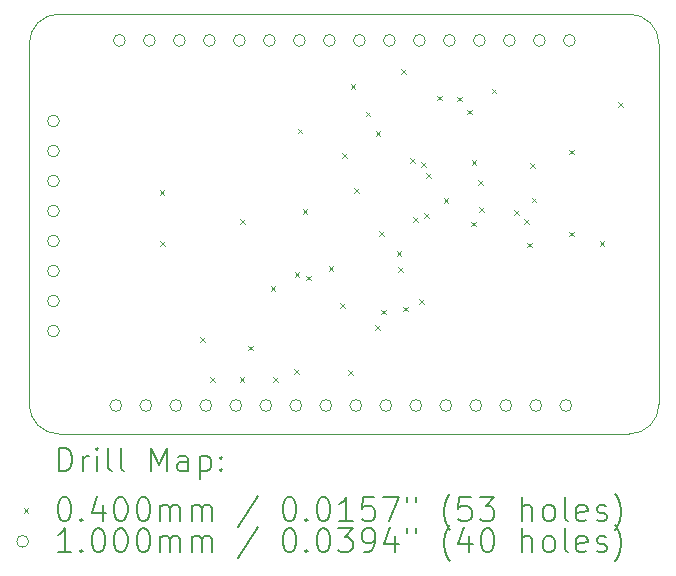
<source format=gbr>
%FSLAX45Y45*%
G04 Gerber Fmt 4.5, Leading zero omitted, Abs format (unit mm)*
G04 Created by KiCad (PCBNEW (6.0.6)) date 2022-07-12 20:30:33*
%MOMM*%
%LPD*%
G01*
G04 APERTURE LIST*
%TA.AperFunction,Profile*%
%ADD10C,0.100000*%
%TD*%
%ADD11C,0.200000*%
%ADD12C,0.040000*%
%ADD13C,0.100000*%
G04 APERTURE END LIST*
D10*
X17531080Y-7112000D02*
X12705080Y-7112000D01*
X17785080Y-7366000D02*
G75*
G03*
X17531080Y-7112000I-254000J0D01*
G01*
X12451080Y-7366000D02*
X12451080Y-10416540D01*
X17785080Y-7366000D02*
X17785080Y-10414000D01*
X17531080Y-10668000D02*
G75*
G03*
X17785080Y-10414000I0J254000D01*
G01*
X12705080Y-10668000D02*
X17531080Y-10668000D01*
X12451083Y-10416540D02*
G75*
G03*
X12705080Y-10668000I253997J2550D01*
G01*
X12705080Y-7112000D02*
G75*
G03*
X12451080Y-7366000I0J-254000D01*
G01*
D11*
D12*
X13556300Y-8600760D02*
X13596300Y-8640760D01*
X13596300Y-8600760D02*
X13556300Y-8640760D01*
X13561380Y-9037640D02*
X13601380Y-9077640D01*
X13601380Y-9037640D02*
X13561380Y-9077640D01*
X13899200Y-9850230D02*
X13939200Y-9890230D01*
X13939200Y-9850230D02*
X13899200Y-9890230D01*
X13985560Y-10185720D02*
X14025560Y-10225720D01*
X14025560Y-10185720D02*
X13985560Y-10225720D01*
X14234480Y-10188260D02*
X14274480Y-10228260D01*
X14274480Y-10188260D02*
X14234480Y-10228260D01*
X14239560Y-8849680D02*
X14279560Y-8889680D01*
X14279560Y-8849680D02*
X14239560Y-8889680D01*
X14305942Y-9919362D02*
X14345942Y-9959362D01*
X14345942Y-9919362D02*
X14305942Y-9959362D01*
X14496100Y-9418640D02*
X14536100Y-9458640D01*
X14536100Y-9418640D02*
X14496100Y-9458640D01*
X14518960Y-10188260D02*
X14558960Y-10228260D01*
X14558960Y-10188260D02*
X14518960Y-10228260D01*
X14693878Y-10119338D02*
X14733878Y-10159338D01*
X14733878Y-10119338D02*
X14693878Y-10159338D01*
X14700151Y-9299760D02*
X14740151Y-9339760D01*
X14740151Y-9299760D02*
X14700151Y-9339760D01*
X14724700Y-8082600D02*
X14764700Y-8122600D01*
X14764700Y-8082600D02*
X14724700Y-8122600D01*
X14767880Y-8765860D02*
X14807880Y-8805860D01*
X14807880Y-8765860D02*
X14767880Y-8805860D01*
X14796162Y-9327542D02*
X14836162Y-9367542D01*
X14836162Y-9327542D02*
X14796162Y-9367542D01*
X14986320Y-9243380D02*
X15026320Y-9283380D01*
X15026320Y-9243380D02*
X14986320Y-9283380D01*
X15085380Y-9560880D02*
X15125380Y-9600880D01*
X15125380Y-9560880D02*
X15085380Y-9600880D01*
X15100620Y-8290880D02*
X15140620Y-8330880D01*
X15140620Y-8290880D02*
X15100620Y-8330880D01*
X15153960Y-10127250D02*
X15193960Y-10167250D01*
X15193960Y-10127250D02*
X15153960Y-10167250D01*
X15174280Y-7705430D02*
X15214280Y-7745430D01*
X15214280Y-7705430D02*
X15174280Y-7745430D01*
X15202220Y-8585520D02*
X15242220Y-8625520D01*
X15242220Y-8585520D02*
X15202220Y-8625520D01*
X15301280Y-7937820D02*
X15341280Y-7977820D01*
X15341280Y-7937820D02*
X15301280Y-7977820D01*
X15380160Y-9747686D02*
X15420160Y-9787686D01*
X15420160Y-9747686D02*
X15380160Y-9787686D01*
X15385100Y-8102920D02*
X15425100Y-8142920D01*
X15425100Y-8102920D02*
X15385100Y-8142920D01*
X15413040Y-8948740D02*
X15453040Y-8988740D01*
X15453040Y-8948740D02*
X15413040Y-8988740D01*
X15429892Y-9615832D02*
X15469892Y-9655832D01*
X15469892Y-9615832D02*
X15429892Y-9655832D01*
X15562900Y-9118920D02*
X15602900Y-9158920D01*
X15602900Y-9118920D02*
X15562900Y-9158920D01*
X15578687Y-9256627D02*
X15618687Y-9296627D01*
X15618687Y-9256627D02*
X15578687Y-9296627D01*
X15601000Y-7577140D02*
X15641000Y-7617140D01*
X15641000Y-7577140D02*
X15601000Y-7617140D01*
X15616582Y-9589162D02*
X15656582Y-9629162D01*
X15656582Y-9589162D02*
X15616582Y-9629162D01*
X15679905Y-8329030D02*
X15719905Y-8369030D01*
X15719905Y-8329030D02*
X15679905Y-8369030D01*
X15702600Y-8834440D02*
X15742600Y-8874440D01*
X15742600Y-8834440D02*
X15702600Y-8874440D01*
X15751202Y-9528202D02*
X15791202Y-9568202D01*
X15791202Y-9528202D02*
X15751202Y-9568202D01*
X15772699Y-8366171D02*
X15812699Y-8406171D01*
X15812699Y-8366171D02*
X15772699Y-8406171D01*
X15795401Y-8797319D02*
X15835401Y-8837319D01*
X15835401Y-8797319D02*
X15795401Y-8837319D01*
X15810786Y-8458580D02*
X15850786Y-8498580D01*
X15850786Y-8458580D02*
X15810786Y-8498580D01*
X15907617Y-7802477D02*
X15947617Y-7842477D01*
X15947617Y-7802477D02*
X15907617Y-7842477D01*
X15960068Y-8668850D02*
X16000068Y-8708850D01*
X16000068Y-8668850D02*
X15960068Y-8708850D01*
X16075980Y-7810820D02*
X16115980Y-7850820D01*
X16115980Y-7810820D02*
X16075980Y-7850820D01*
X16159458Y-7920382D02*
X16199458Y-7960382D01*
X16199458Y-7920382D02*
X16159458Y-7960382D01*
X16191678Y-8870378D02*
X16231678Y-8910378D01*
X16231678Y-8870378D02*
X16191678Y-8910378D01*
X16197992Y-8349300D02*
X16237992Y-8389300D01*
X16237992Y-8349300D02*
X16197992Y-8389300D01*
X16250124Y-8515770D02*
X16290124Y-8555770D01*
X16290124Y-8515770D02*
X16250124Y-8555770D01*
X16264088Y-8747453D02*
X16304088Y-8787453D01*
X16304088Y-8747453D02*
X16264088Y-8787453D01*
X16368422Y-7742582D02*
X16408422Y-7782582D01*
X16408422Y-7742582D02*
X16368422Y-7782582D01*
X16556040Y-8774351D02*
X16596040Y-8814351D01*
X16596040Y-8774351D02*
X16556040Y-8814351D01*
X16639481Y-8849301D02*
X16679481Y-8889301D01*
X16679481Y-8849301D02*
X16639481Y-8889301D01*
X16670340Y-9047800D02*
X16710340Y-9087800D01*
X16710340Y-9047800D02*
X16670340Y-9087800D01*
X16695740Y-8372160D02*
X16735740Y-8412160D01*
X16735740Y-8372160D02*
X16695740Y-8412160D01*
X16705900Y-8666800D02*
X16745900Y-8706800D01*
X16745900Y-8666800D02*
X16705900Y-8706800D01*
X17023400Y-8260400D02*
X17063400Y-8300400D01*
X17063400Y-8260400D02*
X17023400Y-8300400D01*
X17024120Y-8953820D02*
X17064120Y-8993820D01*
X17064120Y-8953820D02*
X17024120Y-8993820D01*
X17282480Y-9035100D02*
X17322480Y-9075100D01*
X17322480Y-9035100D02*
X17282480Y-9075100D01*
X17437420Y-7859080D02*
X17477420Y-7899080D01*
X17477420Y-7859080D02*
X17437420Y-7899080D01*
D13*
X12706820Y-8017280D02*
G75*
G03*
X12706820Y-8017280I-50000J0D01*
G01*
X12706820Y-8271280D02*
G75*
G03*
X12706820Y-8271280I-50000J0D01*
G01*
X12706820Y-8525280D02*
G75*
G03*
X12706820Y-8525280I-50000J0D01*
G01*
X12706820Y-8779280D02*
G75*
G03*
X12706820Y-8779280I-50000J0D01*
G01*
X12706820Y-9033280D02*
G75*
G03*
X12706820Y-9033280I-50000J0D01*
G01*
X12706820Y-9287280D02*
G75*
G03*
X12706820Y-9287280I-50000J0D01*
G01*
X12706820Y-9541280D02*
G75*
G03*
X12706820Y-9541280I-50000J0D01*
G01*
X12706820Y-9795280D02*
G75*
G03*
X12706820Y-9795280I-50000J0D01*
G01*
X13235140Y-10426700D02*
G75*
G03*
X13235140Y-10426700I-50000J0D01*
G01*
X13265620Y-7335520D02*
G75*
G03*
X13265620Y-7335520I-50000J0D01*
G01*
X13489140Y-10426700D02*
G75*
G03*
X13489140Y-10426700I-50000J0D01*
G01*
X13519620Y-7335520D02*
G75*
G03*
X13519620Y-7335520I-50000J0D01*
G01*
X13743140Y-10426700D02*
G75*
G03*
X13743140Y-10426700I-50000J0D01*
G01*
X13773620Y-7335520D02*
G75*
G03*
X13773620Y-7335520I-50000J0D01*
G01*
X13997140Y-10426700D02*
G75*
G03*
X13997140Y-10426700I-50000J0D01*
G01*
X14027620Y-7335520D02*
G75*
G03*
X14027620Y-7335520I-50000J0D01*
G01*
X14251140Y-10426700D02*
G75*
G03*
X14251140Y-10426700I-50000J0D01*
G01*
X14281620Y-7335520D02*
G75*
G03*
X14281620Y-7335520I-50000J0D01*
G01*
X14505140Y-10426700D02*
G75*
G03*
X14505140Y-10426700I-50000J0D01*
G01*
X14535620Y-7335520D02*
G75*
G03*
X14535620Y-7335520I-50000J0D01*
G01*
X14759140Y-10426700D02*
G75*
G03*
X14759140Y-10426700I-50000J0D01*
G01*
X14789620Y-7335520D02*
G75*
G03*
X14789620Y-7335520I-50000J0D01*
G01*
X15013140Y-10426700D02*
G75*
G03*
X15013140Y-10426700I-50000J0D01*
G01*
X15043620Y-7335520D02*
G75*
G03*
X15043620Y-7335520I-50000J0D01*
G01*
X15267140Y-10426700D02*
G75*
G03*
X15267140Y-10426700I-50000J0D01*
G01*
X15297620Y-7335520D02*
G75*
G03*
X15297620Y-7335520I-50000J0D01*
G01*
X15521140Y-10426700D02*
G75*
G03*
X15521140Y-10426700I-50000J0D01*
G01*
X15551620Y-7335520D02*
G75*
G03*
X15551620Y-7335520I-50000J0D01*
G01*
X15775140Y-10426700D02*
G75*
G03*
X15775140Y-10426700I-50000J0D01*
G01*
X15805620Y-7335520D02*
G75*
G03*
X15805620Y-7335520I-50000J0D01*
G01*
X16029140Y-10426700D02*
G75*
G03*
X16029140Y-10426700I-50000J0D01*
G01*
X16059620Y-7335520D02*
G75*
G03*
X16059620Y-7335520I-50000J0D01*
G01*
X16283140Y-10426700D02*
G75*
G03*
X16283140Y-10426700I-50000J0D01*
G01*
X16313620Y-7335520D02*
G75*
G03*
X16313620Y-7335520I-50000J0D01*
G01*
X16537140Y-10426700D02*
G75*
G03*
X16537140Y-10426700I-50000J0D01*
G01*
X16567620Y-7335520D02*
G75*
G03*
X16567620Y-7335520I-50000J0D01*
G01*
X16791140Y-10426700D02*
G75*
G03*
X16791140Y-10426700I-50000J0D01*
G01*
X16821620Y-7335520D02*
G75*
G03*
X16821620Y-7335520I-50000J0D01*
G01*
X17045140Y-10426700D02*
G75*
G03*
X17045140Y-10426700I-50000J0D01*
G01*
X17075620Y-7335520D02*
G75*
G03*
X17075620Y-7335520I-50000J0D01*
G01*
D11*
X12703699Y-10983476D02*
X12703699Y-10783476D01*
X12751318Y-10783476D01*
X12779889Y-10793000D01*
X12798937Y-10812048D01*
X12808461Y-10831095D01*
X12817985Y-10869190D01*
X12817985Y-10897762D01*
X12808461Y-10935857D01*
X12798937Y-10954905D01*
X12779889Y-10973952D01*
X12751318Y-10983476D01*
X12703699Y-10983476D01*
X12903699Y-10983476D02*
X12903699Y-10850143D01*
X12903699Y-10888238D02*
X12913223Y-10869190D01*
X12922747Y-10859667D01*
X12941794Y-10850143D01*
X12960842Y-10850143D01*
X13027508Y-10983476D02*
X13027508Y-10850143D01*
X13027508Y-10783476D02*
X13017985Y-10793000D01*
X13027508Y-10802524D01*
X13037032Y-10793000D01*
X13027508Y-10783476D01*
X13027508Y-10802524D01*
X13151318Y-10983476D02*
X13132270Y-10973952D01*
X13122747Y-10954905D01*
X13122747Y-10783476D01*
X13256080Y-10983476D02*
X13237032Y-10973952D01*
X13227508Y-10954905D01*
X13227508Y-10783476D01*
X13484651Y-10983476D02*
X13484651Y-10783476D01*
X13551318Y-10926333D01*
X13617985Y-10783476D01*
X13617985Y-10983476D01*
X13798937Y-10983476D02*
X13798937Y-10878714D01*
X13789413Y-10859667D01*
X13770366Y-10850143D01*
X13732270Y-10850143D01*
X13713223Y-10859667D01*
X13798937Y-10973952D02*
X13779889Y-10983476D01*
X13732270Y-10983476D01*
X13713223Y-10973952D01*
X13703699Y-10954905D01*
X13703699Y-10935857D01*
X13713223Y-10916810D01*
X13732270Y-10907286D01*
X13779889Y-10907286D01*
X13798937Y-10897762D01*
X13894175Y-10850143D02*
X13894175Y-11050143D01*
X13894175Y-10859667D02*
X13913223Y-10850143D01*
X13951318Y-10850143D01*
X13970366Y-10859667D01*
X13979889Y-10869190D01*
X13989413Y-10888238D01*
X13989413Y-10945381D01*
X13979889Y-10964429D01*
X13970366Y-10973952D01*
X13951318Y-10983476D01*
X13913223Y-10983476D01*
X13894175Y-10973952D01*
X14075128Y-10964429D02*
X14084651Y-10973952D01*
X14075128Y-10983476D01*
X14065604Y-10973952D01*
X14075128Y-10964429D01*
X14075128Y-10983476D01*
X14075128Y-10859667D02*
X14084651Y-10869190D01*
X14075128Y-10878714D01*
X14065604Y-10869190D01*
X14075128Y-10859667D01*
X14075128Y-10878714D01*
D12*
X12406080Y-11293000D02*
X12446080Y-11333000D01*
X12446080Y-11293000D02*
X12406080Y-11333000D01*
D11*
X12741794Y-11203476D02*
X12760842Y-11203476D01*
X12779889Y-11213000D01*
X12789413Y-11222524D01*
X12798937Y-11241571D01*
X12808461Y-11279667D01*
X12808461Y-11327286D01*
X12798937Y-11365381D01*
X12789413Y-11384428D01*
X12779889Y-11393952D01*
X12760842Y-11403476D01*
X12741794Y-11403476D01*
X12722747Y-11393952D01*
X12713223Y-11384428D01*
X12703699Y-11365381D01*
X12694175Y-11327286D01*
X12694175Y-11279667D01*
X12703699Y-11241571D01*
X12713223Y-11222524D01*
X12722747Y-11213000D01*
X12741794Y-11203476D01*
X12894175Y-11384428D02*
X12903699Y-11393952D01*
X12894175Y-11403476D01*
X12884651Y-11393952D01*
X12894175Y-11384428D01*
X12894175Y-11403476D01*
X13075128Y-11270143D02*
X13075128Y-11403476D01*
X13027508Y-11193952D02*
X12979889Y-11336809D01*
X13103699Y-11336809D01*
X13217985Y-11203476D02*
X13237032Y-11203476D01*
X13256080Y-11213000D01*
X13265604Y-11222524D01*
X13275128Y-11241571D01*
X13284651Y-11279667D01*
X13284651Y-11327286D01*
X13275128Y-11365381D01*
X13265604Y-11384428D01*
X13256080Y-11393952D01*
X13237032Y-11403476D01*
X13217985Y-11403476D01*
X13198937Y-11393952D01*
X13189413Y-11384428D01*
X13179889Y-11365381D01*
X13170366Y-11327286D01*
X13170366Y-11279667D01*
X13179889Y-11241571D01*
X13189413Y-11222524D01*
X13198937Y-11213000D01*
X13217985Y-11203476D01*
X13408461Y-11203476D02*
X13427508Y-11203476D01*
X13446556Y-11213000D01*
X13456080Y-11222524D01*
X13465604Y-11241571D01*
X13475128Y-11279667D01*
X13475128Y-11327286D01*
X13465604Y-11365381D01*
X13456080Y-11384428D01*
X13446556Y-11393952D01*
X13427508Y-11403476D01*
X13408461Y-11403476D01*
X13389413Y-11393952D01*
X13379889Y-11384428D01*
X13370366Y-11365381D01*
X13360842Y-11327286D01*
X13360842Y-11279667D01*
X13370366Y-11241571D01*
X13379889Y-11222524D01*
X13389413Y-11213000D01*
X13408461Y-11203476D01*
X13560842Y-11403476D02*
X13560842Y-11270143D01*
X13560842Y-11289190D02*
X13570366Y-11279667D01*
X13589413Y-11270143D01*
X13617985Y-11270143D01*
X13637032Y-11279667D01*
X13646556Y-11298714D01*
X13646556Y-11403476D01*
X13646556Y-11298714D02*
X13656080Y-11279667D01*
X13675128Y-11270143D01*
X13703699Y-11270143D01*
X13722747Y-11279667D01*
X13732270Y-11298714D01*
X13732270Y-11403476D01*
X13827508Y-11403476D02*
X13827508Y-11270143D01*
X13827508Y-11289190D02*
X13837032Y-11279667D01*
X13856080Y-11270143D01*
X13884651Y-11270143D01*
X13903699Y-11279667D01*
X13913223Y-11298714D01*
X13913223Y-11403476D01*
X13913223Y-11298714D02*
X13922747Y-11279667D01*
X13941794Y-11270143D01*
X13970366Y-11270143D01*
X13989413Y-11279667D01*
X13998937Y-11298714D01*
X13998937Y-11403476D01*
X14389413Y-11193952D02*
X14217985Y-11451095D01*
X14646556Y-11203476D02*
X14665604Y-11203476D01*
X14684651Y-11213000D01*
X14694175Y-11222524D01*
X14703699Y-11241571D01*
X14713223Y-11279667D01*
X14713223Y-11327286D01*
X14703699Y-11365381D01*
X14694175Y-11384428D01*
X14684651Y-11393952D01*
X14665604Y-11403476D01*
X14646556Y-11403476D01*
X14627508Y-11393952D01*
X14617985Y-11384428D01*
X14608461Y-11365381D01*
X14598937Y-11327286D01*
X14598937Y-11279667D01*
X14608461Y-11241571D01*
X14617985Y-11222524D01*
X14627508Y-11213000D01*
X14646556Y-11203476D01*
X14798937Y-11384428D02*
X14808461Y-11393952D01*
X14798937Y-11403476D01*
X14789413Y-11393952D01*
X14798937Y-11384428D01*
X14798937Y-11403476D01*
X14932270Y-11203476D02*
X14951318Y-11203476D01*
X14970366Y-11213000D01*
X14979889Y-11222524D01*
X14989413Y-11241571D01*
X14998937Y-11279667D01*
X14998937Y-11327286D01*
X14989413Y-11365381D01*
X14979889Y-11384428D01*
X14970366Y-11393952D01*
X14951318Y-11403476D01*
X14932270Y-11403476D01*
X14913223Y-11393952D01*
X14903699Y-11384428D01*
X14894175Y-11365381D01*
X14884651Y-11327286D01*
X14884651Y-11279667D01*
X14894175Y-11241571D01*
X14903699Y-11222524D01*
X14913223Y-11213000D01*
X14932270Y-11203476D01*
X15189413Y-11403476D02*
X15075128Y-11403476D01*
X15132270Y-11403476D02*
X15132270Y-11203476D01*
X15113223Y-11232048D01*
X15094175Y-11251095D01*
X15075128Y-11260619D01*
X15370366Y-11203476D02*
X15275128Y-11203476D01*
X15265604Y-11298714D01*
X15275128Y-11289190D01*
X15294175Y-11279667D01*
X15341794Y-11279667D01*
X15360842Y-11289190D01*
X15370366Y-11298714D01*
X15379889Y-11317762D01*
X15379889Y-11365381D01*
X15370366Y-11384428D01*
X15360842Y-11393952D01*
X15341794Y-11403476D01*
X15294175Y-11403476D01*
X15275128Y-11393952D01*
X15265604Y-11384428D01*
X15446556Y-11203476D02*
X15579889Y-11203476D01*
X15494175Y-11403476D01*
X15646556Y-11203476D02*
X15646556Y-11241571D01*
X15722747Y-11203476D02*
X15722747Y-11241571D01*
X16017985Y-11479667D02*
X16008461Y-11470143D01*
X15989413Y-11441571D01*
X15979889Y-11422524D01*
X15970366Y-11393952D01*
X15960842Y-11346333D01*
X15960842Y-11308238D01*
X15970366Y-11260619D01*
X15979889Y-11232048D01*
X15989413Y-11213000D01*
X16008461Y-11184429D01*
X16017985Y-11174905D01*
X16189413Y-11203476D02*
X16094175Y-11203476D01*
X16084651Y-11298714D01*
X16094175Y-11289190D01*
X16113223Y-11279667D01*
X16160842Y-11279667D01*
X16179889Y-11289190D01*
X16189413Y-11298714D01*
X16198937Y-11317762D01*
X16198937Y-11365381D01*
X16189413Y-11384428D01*
X16179889Y-11393952D01*
X16160842Y-11403476D01*
X16113223Y-11403476D01*
X16094175Y-11393952D01*
X16084651Y-11384428D01*
X16265604Y-11203476D02*
X16389413Y-11203476D01*
X16322747Y-11279667D01*
X16351318Y-11279667D01*
X16370366Y-11289190D01*
X16379889Y-11298714D01*
X16389413Y-11317762D01*
X16389413Y-11365381D01*
X16379889Y-11384428D01*
X16370366Y-11393952D01*
X16351318Y-11403476D01*
X16294175Y-11403476D01*
X16275128Y-11393952D01*
X16265604Y-11384428D01*
X16627508Y-11403476D02*
X16627508Y-11203476D01*
X16713223Y-11403476D02*
X16713223Y-11298714D01*
X16703699Y-11279667D01*
X16684651Y-11270143D01*
X16656080Y-11270143D01*
X16637032Y-11279667D01*
X16627508Y-11289190D01*
X16837032Y-11403476D02*
X16817985Y-11393952D01*
X16808461Y-11384428D01*
X16798937Y-11365381D01*
X16798937Y-11308238D01*
X16808461Y-11289190D01*
X16817985Y-11279667D01*
X16837032Y-11270143D01*
X16865604Y-11270143D01*
X16884651Y-11279667D01*
X16894175Y-11289190D01*
X16903699Y-11308238D01*
X16903699Y-11365381D01*
X16894175Y-11384428D01*
X16884651Y-11393952D01*
X16865604Y-11403476D01*
X16837032Y-11403476D01*
X17017985Y-11403476D02*
X16998937Y-11393952D01*
X16989413Y-11374905D01*
X16989413Y-11203476D01*
X17170366Y-11393952D02*
X17151318Y-11403476D01*
X17113223Y-11403476D01*
X17094175Y-11393952D01*
X17084651Y-11374905D01*
X17084651Y-11298714D01*
X17094175Y-11279667D01*
X17113223Y-11270143D01*
X17151318Y-11270143D01*
X17170366Y-11279667D01*
X17179890Y-11298714D01*
X17179890Y-11317762D01*
X17084651Y-11336809D01*
X17256080Y-11393952D02*
X17275128Y-11403476D01*
X17313223Y-11403476D01*
X17332270Y-11393952D01*
X17341794Y-11374905D01*
X17341794Y-11365381D01*
X17332270Y-11346333D01*
X17313223Y-11336809D01*
X17284651Y-11336809D01*
X17265604Y-11327286D01*
X17256080Y-11308238D01*
X17256080Y-11298714D01*
X17265604Y-11279667D01*
X17284651Y-11270143D01*
X17313223Y-11270143D01*
X17332270Y-11279667D01*
X17408461Y-11479667D02*
X17417985Y-11470143D01*
X17437032Y-11441571D01*
X17446556Y-11422524D01*
X17456080Y-11393952D01*
X17465604Y-11346333D01*
X17465604Y-11308238D01*
X17456080Y-11260619D01*
X17446556Y-11232048D01*
X17437032Y-11213000D01*
X17417985Y-11184429D01*
X17408461Y-11174905D01*
D13*
X12446080Y-11577000D02*
G75*
G03*
X12446080Y-11577000I-50000J0D01*
G01*
D11*
X12808461Y-11667476D02*
X12694175Y-11667476D01*
X12751318Y-11667476D02*
X12751318Y-11467476D01*
X12732270Y-11496048D01*
X12713223Y-11515095D01*
X12694175Y-11524619D01*
X12894175Y-11648428D02*
X12903699Y-11657952D01*
X12894175Y-11667476D01*
X12884651Y-11657952D01*
X12894175Y-11648428D01*
X12894175Y-11667476D01*
X13027508Y-11467476D02*
X13046556Y-11467476D01*
X13065604Y-11477000D01*
X13075128Y-11486524D01*
X13084651Y-11505571D01*
X13094175Y-11543667D01*
X13094175Y-11591286D01*
X13084651Y-11629381D01*
X13075128Y-11648428D01*
X13065604Y-11657952D01*
X13046556Y-11667476D01*
X13027508Y-11667476D01*
X13008461Y-11657952D01*
X12998937Y-11648428D01*
X12989413Y-11629381D01*
X12979889Y-11591286D01*
X12979889Y-11543667D01*
X12989413Y-11505571D01*
X12998937Y-11486524D01*
X13008461Y-11477000D01*
X13027508Y-11467476D01*
X13217985Y-11467476D02*
X13237032Y-11467476D01*
X13256080Y-11477000D01*
X13265604Y-11486524D01*
X13275128Y-11505571D01*
X13284651Y-11543667D01*
X13284651Y-11591286D01*
X13275128Y-11629381D01*
X13265604Y-11648428D01*
X13256080Y-11657952D01*
X13237032Y-11667476D01*
X13217985Y-11667476D01*
X13198937Y-11657952D01*
X13189413Y-11648428D01*
X13179889Y-11629381D01*
X13170366Y-11591286D01*
X13170366Y-11543667D01*
X13179889Y-11505571D01*
X13189413Y-11486524D01*
X13198937Y-11477000D01*
X13217985Y-11467476D01*
X13408461Y-11467476D02*
X13427508Y-11467476D01*
X13446556Y-11477000D01*
X13456080Y-11486524D01*
X13465604Y-11505571D01*
X13475128Y-11543667D01*
X13475128Y-11591286D01*
X13465604Y-11629381D01*
X13456080Y-11648428D01*
X13446556Y-11657952D01*
X13427508Y-11667476D01*
X13408461Y-11667476D01*
X13389413Y-11657952D01*
X13379889Y-11648428D01*
X13370366Y-11629381D01*
X13360842Y-11591286D01*
X13360842Y-11543667D01*
X13370366Y-11505571D01*
X13379889Y-11486524D01*
X13389413Y-11477000D01*
X13408461Y-11467476D01*
X13560842Y-11667476D02*
X13560842Y-11534143D01*
X13560842Y-11553190D02*
X13570366Y-11543667D01*
X13589413Y-11534143D01*
X13617985Y-11534143D01*
X13637032Y-11543667D01*
X13646556Y-11562714D01*
X13646556Y-11667476D01*
X13646556Y-11562714D02*
X13656080Y-11543667D01*
X13675128Y-11534143D01*
X13703699Y-11534143D01*
X13722747Y-11543667D01*
X13732270Y-11562714D01*
X13732270Y-11667476D01*
X13827508Y-11667476D02*
X13827508Y-11534143D01*
X13827508Y-11553190D02*
X13837032Y-11543667D01*
X13856080Y-11534143D01*
X13884651Y-11534143D01*
X13903699Y-11543667D01*
X13913223Y-11562714D01*
X13913223Y-11667476D01*
X13913223Y-11562714D02*
X13922747Y-11543667D01*
X13941794Y-11534143D01*
X13970366Y-11534143D01*
X13989413Y-11543667D01*
X13998937Y-11562714D01*
X13998937Y-11667476D01*
X14389413Y-11457952D02*
X14217985Y-11715095D01*
X14646556Y-11467476D02*
X14665604Y-11467476D01*
X14684651Y-11477000D01*
X14694175Y-11486524D01*
X14703699Y-11505571D01*
X14713223Y-11543667D01*
X14713223Y-11591286D01*
X14703699Y-11629381D01*
X14694175Y-11648428D01*
X14684651Y-11657952D01*
X14665604Y-11667476D01*
X14646556Y-11667476D01*
X14627508Y-11657952D01*
X14617985Y-11648428D01*
X14608461Y-11629381D01*
X14598937Y-11591286D01*
X14598937Y-11543667D01*
X14608461Y-11505571D01*
X14617985Y-11486524D01*
X14627508Y-11477000D01*
X14646556Y-11467476D01*
X14798937Y-11648428D02*
X14808461Y-11657952D01*
X14798937Y-11667476D01*
X14789413Y-11657952D01*
X14798937Y-11648428D01*
X14798937Y-11667476D01*
X14932270Y-11467476D02*
X14951318Y-11467476D01*
X14970366Y-11477000D01*
X14979889Y-11486524D01*
X14989413Y-11505571D01*
X14998937Y-11543667D01*
X14998937Y-11591286D01*
X14989413Y-11629381D01*
X14979889Y-11648428D01*
X14970366Y-11657952D01*
X14951318Y-11667476D01*
X14932270Y-11667476D01*
X14913223Y-11657952D01*
X14903699Y-11648428D01*
X14894175Y-11629381D01*
X14884651Y-11591286D01*
X14884651Y-11543667D01*
X14894175Y-11505571D01*
X14903699Y-11486524D01*
X14913223Y-11477000D01*
X14932270Y-11467476D01*
X15065604Y-11467476D02*
X15189413Y-11467476D01*
X15122747Y-11543667D01*
X15151318Y-11543667D01*
X15170366Y-11553190D01*
X15179889Y-11562714D01*
X15189413Y-11581762D01*
X15189413Y-11629381D01*
X15179889Y-11648428D01*
X15170366Y-11657952D01*
X15151318Y-11667476D01*
X15094175Y-11667476D01*
X15075128Y-11657952D01*
X15065604Y-11648428D01*
X15284651Y-11667476D02*
X15322747Y-11667476D01*
X15341794Y-11657952D01*
X15351318Y-11648428D01*
X15370366Y-11619857D01*
X15379889Y-11581762D01*
X15379889Y-11505571D01*
X15370366Y-11486524D01*
X15360842Y-11477000D01*
X15341794Y-11467476D01*
X15303699Y-11467476D01*
X15284651Y-11477000D01*
X15275128Y-11486524D01*
X15265604Y-11505571D01*
X15265604Y-11553190D01*
X15275128Y-11572238D01*
X15284651Y-11581762D01*
X15303699Y-11591286D01*
X15341794Y-11591286D01*
X15360842Y-11581762D01*
X15370366Y-11572238D01*
X15379889Y-11553190D01*
X15551318Y-11534143D02*
X15551318Y-11667476D01*
X15503699Y-11457952D02*
X15456080Y-11600809D01*
X15579889Y-11600809D01*
X15646556Y-11467476D02*
X15646556Y-11505571D01*
X15722747Y-11467476D02*
X15722747Y-11505571D01*
X16017985Y-11743667D02*
X16008461Y-11734143D01*
X15989413Y-11705571D01*
X15979889Y-11686524D01*
X15970366Y-11657952D01*
X15960842Y-11610333D01*
X15960842Y-11572238D01*
X15970366Y-11524619D01*
X15979889Y-11496048D01*
X15989413Y-11477000D01*
X16008461Y-11448428D01*
X16017985Y-11438905D01*
X16179889Y-11534143D02*
X16179889Y-11667476D01*
X16132270Y-11457952D02*
X16084651Y-11600809D01*
X16208461Y-11600809D01*
X16322747Y-11467476D02*
X16341794Y-11467476D01*
X16360842Y-11477000D01*
X16370366Y-11486524D01*
X16379889Y-11505571D01*
X16389413Y-11543667D01*
X16389413Y-11591286D01*
X16379889Y-11629381D01*
X16370366Y-11648428D01*
X16360842Y-11657952D01*
X16341794Y-11667476D01*
X16322747Y-11667476D01*
X16303699Y-11657952D01*
X16294175Y-11648428D01*
X16284651Y-11629381D01*
X16275128Y-11591286D01*
X16275128Y-11543667D01*
X16284651Y-11505571D01*
X16294175Y-11486524D01*
X16303699Y-11477000D01*
X16322747Y-11467476D01*
X16627508Y-11667476D02*
X16627508Y-11467476D01*
X16713223Y-11667476D02*
X16713223Y-11562714D01*
X16703699Y-11543667D01*
X16684651Y-11534143D01*
X16656080Y-11534143D01*
X16637032Y-11543667D01*
X16627508Y-11553190D01*
X16837032Y-11667476D02*
X16817985Y-11657952D01*
X16808461Y-11648428D01*
X16798937Y-11629381D01*
X16798937Y-11572238D01*
X16808461Y-11553190D01*
X16817985Y-11543667D01*
X16837032Y-11534143D01*
X16865604Y-11534143D01*
X16884651Y-11543667D01*
X16894175Y-11553190D01*
X16903699Y-11572238D01*
X16903699Y-11629381D01*
X16894175Y-11648428D01*
X16884651Y-11657952D01*
X16865604Y-11667476D01*
X16837032Y-11667476D01*
X17017985Y-11667476D02*
X16998937Y-11657952D01*
X16989413Y-11638905D01*
X16989413Y-11467476D01*
X17170366Y-11657952D02*
X17151318Y-11667476D01*
X17113223Y-11667476D01*
X17094175Y-11657952D01*
X17084651Y-11638905D01*
X17084651Y-11562714D01*
X17094175Y-11543667D01*
X17113223Y-11534143D01*
X17151318Y-11534143D01*
X17170366Y-11543667D01*
X17179890Y-11562714D01*
X17179890Y-11581762D01*
X17084651Y-11600809D01*
X17256080Y-11657952D02*
X17275128Y-11667476D01*
X17313223Y-11667476D01*
X17332270Y-11657952D01*
X17341794Y-11638905D01*
X17341794Y-11629381D01*
X17332270Y-11610333D01*
X17313223Y-11600809D01*
X17284651Y-11600809D01*
X17265604Y-11591286D01*
X17256080Y-11572238D01*
X17256080Y-11562714D01*
X17265604Y-11543667D01*
X17284651Y-11534143D01*
X17313223Y-11534143D01*
X17332270Y-11543667D01*
X17408461Y-11743667D02*
X17417985Y-11734143D01*
X17437032Y-11705571D01*
X17446556Y-11686524D01*
X17456080Y-11657952D01*
X17465604Y-11610333D01*
X17465604Y-11572238D01*
X17456080Y-11524619D01*
X17446556Y-11496048D01*
X17437032Y-11477000D01*
X17417985Y-11448428D01*
X17408461Y-11438905D01*
M02*

</source>
